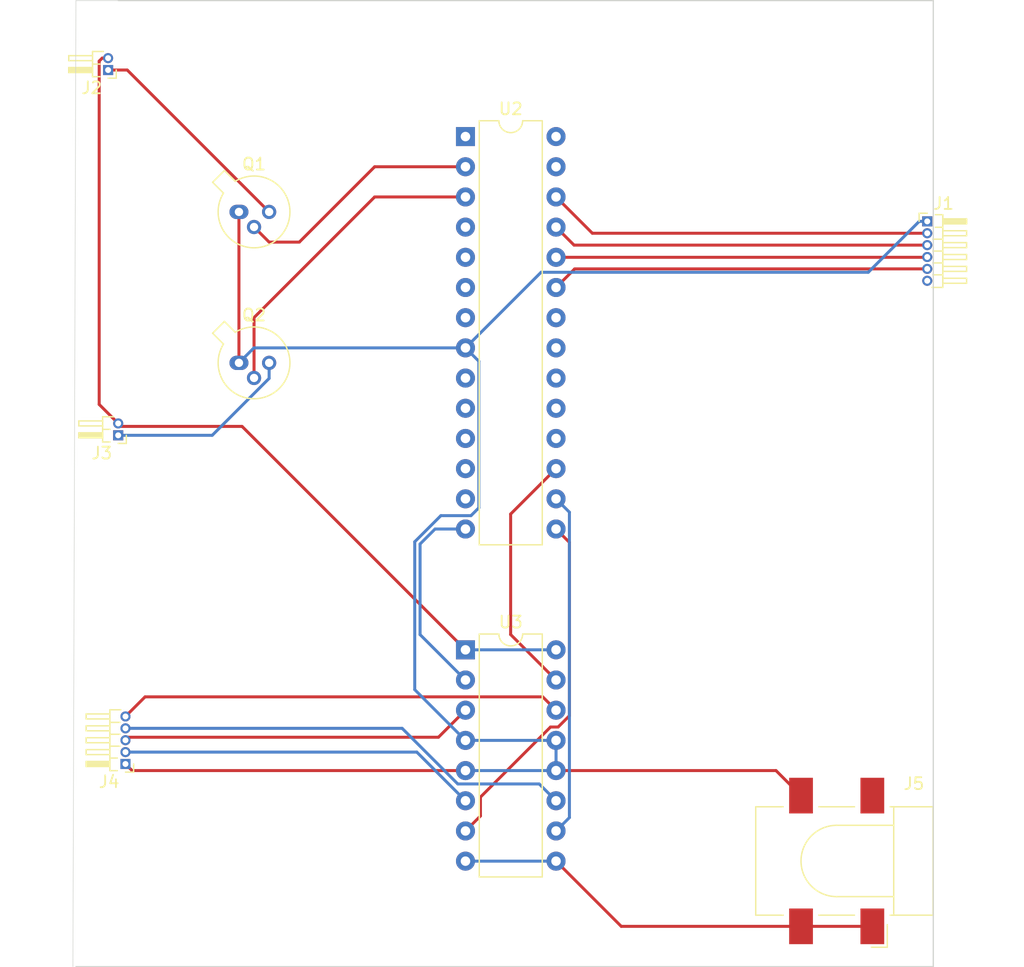
<source format=kicad_pcb>
(kicad_pcb (version 20211014) (generator pcbnew)
  (layers (0 "F.Cu" signal) (31 "B.Cu" signal) (34 "B.Paste" user) (35 "F.Paste" user) (36 "B.SilkS" user "B.Silkscreen") (37 "F.SilkS" user "F.Silkscreen") (38 "B.Mask" user) (39 "F.Mask" user) (44 "Edge.Cuts" user))
  (net 0 "")
  (net 1 "Earth")
  (net 2 "Net-(Q1-Pad2)")
  (net 3 "Net-(J1-Pad2)")
  (net 4 "Net-(Q2-Pad2)")
  (net 5 "Net-(J1-Pad3)")
  (net 6 "Net-(J2-Pad1)")
  (net 7 "Net-(Q2-Pad3)")
  (net 8 "Net-(U3-Pad3)")
  (net 19 "Net-(U2-Pad14)")
  (net 20 "Net-(U2-Pad15)")
  (net 21 "Net-(U2-Pad16)")
  (net 22 "Net-(U2-Pad17)")
  (net 30 "+5V")
  (net 31 "Net-(J1-Pad5)")
  (net 32 "Net-(J1-Pad4)")
  (net 33 "Net-(U3-Pad11)")
  (net 34 "Net-(U3-Pad14)")
  (net 35 "Net-(J4-Pad2)")
  (footprint "Package_DIP:DIP-16_W7.62mm" (layer "F.Cu") (at 115.58 128.285)
    (fp_text reference "U3" (at 3.81 -2.33) (layer "F.SilkS"))
    (fp_text value "L293D")
    (fp_line (start 6.46 19.11) (end 6.46 -1.33) (layer "F.SilkS") (width 0.12))
    (fp_line (start 1.16 -1.33) (end 1.16 19.11) (layer "F.SilkS") (width 0.12))
    (fp_line (start 6.46 -1.33) (end 4.81 -1.33) (layer "F.SilkS") (width 0.12))
    (fp_line (start 1.16 19.11) (end 6.46 19.11) (layer "F.SilkS") (width 0.12))
    (fp_line (start 2.81 -1.33) (end 1.16 -1.33) (layer "F.SilkS") (width 0.12))
    (fp_arc (start 4.81 -1.33) (mid 3.81 -0.33) (end 2.81 -1.33) (layer "F.SilkS") (width 0.12))
    (pad "1" thru_hole rect (at 0 0) (size 1.6 1.6) (drill 0.8) (layers *.Cu *.Mask) (net 30 "+5V"))
    (pad "2" thru_hole oval (at 0 2.54) (size 1.6 1.6) (drill 0.8) (layers *.Cu *.Mask) (net 19 "Net-(U2-Pad14)"))
    (pad "3" thru_hole oval (at 0 5.08) (size 1.6 1.6) (drill 0.8) (layers *.Cu *.Mask) (net 8 "Net-(U3-Pad3)"))
    (pad "4" thru_hole oval (at 0 7.62) (size 1.6 1.6) (drill 0.8) (layers *.Cu *.Mask) (net 1 "Earth"))
    (pad "5" thru_hole oval (at 0 10.16) (size 1.6 1.6) (drill 0.8) (layers *.Cu *.Mask) (net 1 "Earth"))
    (pad "6" thru_hole oval (at 0 12.7) (size 1.6 1.6) (drill 0.8) (layers *.Cu *.Mask) (net 35 "Net-(J4-Pad2)"))
    (pad "7" thru_hole oval (at 0 15.24) (size 1.6 1.6) (drill 0.8) (layers *.Cu *.Mask) (net 20 "Net-(U2-Pad15)"))
    (pad "8" thru_hole oval (at 0 17.78) (size 1.6 1.6) (drill 0.8) (layers *.Cu *.Mask) (net 30 "+5V"))
    (pad "9" thru_hole oval (at 7.62 17.78) (size 1.6 1.6) (drill 0.8) (layers *.Cu *.Mask) (net 30 "+5V"))
    (pad "10" thru_hole oval (at 7.62 15.24) (size 1.6 1.6) (drill 0.8) (layers *.Cu *.Mask) (net 21 "Net-(U2-Pad16)"))
    (pad "11" thru_hole oval (at 7.62 12.7) (size 1.6 1.6) (drill 0.8) (layers *.Cu *.Mask) (net 33 "Net-(U3-Pad11)"))
    (pad "12" thru_hole oval (at 7.62 10.16) (size 1.6 1.6) (drill 0.8) (layers *.Cu *.Mask) (net 1 "Earth"))
    (pad "13" thru_hole oval (at 7.62 7.62) (size 1.6 1.6) (drill 0.8) (layers *.Cu *.Mask) (net 1 "Earth"))
    (pad "14" thru_hole oval (at 7.62 5.08) (size 1.6 1.6) (drill 0.8) (layers *.Cu *.Mask) (net 34 "Net-(U3-Pad14)"))
    (pad "15" thru_hole oval (at 7.62 2.54) (size 1.6 1.6) (drill 0.8) (layers *.Cu *.Mask) (net 22 "Net-(U2-Pad17)"))
    (pad "16" thru_hole oval (at 7.62 0) (size 1.6 1.6) (drill 0.8) (layers *.Cu *.Mask) (net 30 "+5V"))
  )
  (footprint "Connector_PinHeader_1.00mm:PinHeader_1x05_P1.00mm_Horizontal" (layer "F.Cu") (at 86.973 137.89 180)
    (fp_text reference "J4" (at 1.375 -1.5) (layer "F.SilkS"))
    (fp_text value "Conn_01x05_Male")
    (fp_line (start 1.31 0.79) (end 3.31 0.79) (layer "F.SilkS") (width 0.12))
    (fp_line (start 0.468215 2.5) (end 1.31 2.5) (layer "F.SilkS") (width 0.12))
    (fp_line (start 3.31 0.21) (end 1.31 0.21) (layer "F.SilkS") (width 0.12))
    (fp_line (start 1.31 0.09) (end 3.31 0.09) (layer "F.SilkS") (width 0.12))
    (fp_line (start 3.31 3.79) (end 3.31 4.21) (layer "F.SilkS") (width 0.12))
    (fp_line (start 1.31 -0.56) (end 1.31 4.56) (layer "F.SilkS") (width 0.12))
    (fp_line (start 3.31 2.21) (end 1.31 2.21) (layer "F.SilkS") (width 0.12))
    (fp_line (start 1.31 -0.03) (end 3.31 -0.03) (layer "F.SilkS") (width 0.12))
    (fp_line (start 1.31 1.79) (end 3.31 1.79) (layer "F.SilkS") (width 0.12))
    (fp_line (start 0.685 0.5) (end 1.31 0.5) (layer "F.SilkS") (width 0.12))
    (fp_line (start 0.468215 1.5) (end 1.31 1.5) (layer "F.SilkS") (width 0.12))
    (fp_line (start 3.31 0.79) (end 3.31 1.21) (layer "F.SilkS") (width 0.12))
    (fp_line (start 1.31 4.56) (end 0.394493 4.56) (layer "F.SilkS") (width 0.12))
    (fp_line (start 3.31 4.21) (end 1.31 4.21) (layer "F.SilkS") (width 0.12))
    (fp_line (start -0.685 -0.685) (end 0 -0.685) (layer "F.SilkS") (width 0.12))
    (fp_line (start 1.31 -0.21) (end 3.31 -0.21) (layer "F.SilkS") (width 0.12))
    (fp_line (start 1.31 3.79) (end 3.31 3.79) (layer "F.SilkS") (width 0.12))
    (fp_line (start 1.31 -0.15) (end 3.31 -0.15) (layer "F.SilkS") (width 0.12))
    (fp_line (start 3.31 1.21) (end 1.31 1.21) (layer "F.SilkS") (width 0.12))
    (fp_line (start 0.685 -0.56) (end 1.31 -0.56) (layer "F.SilkS") (width 0.12))
    (fp_line (start 3.31 -0.21) (end 3.31 0.21) (layer "F.SilkS") (width 0.12))
    (fp_line (start -0.685 0) (end -0.685 -0.685) (layer "F.SilkS") (width 0.12))
    (fp_line (start 3.31 3.21) (end 1.31 3.21) (layer "F.SilkS") (width 0.12))
    (fp_line (start 0.468215 3.5) (end 1.31 3.5) (layer "F.SilkS") (width 0.12))
    (fp_line (start 1.31 2.79) (end 3.31 2.79) (layer "F.SilkS") (width 0.12))
    (fp_line (start 3.31 1.79) (end 3.31 2.21) (layer "F.SilkS") (width 0.12))
    (fp_line (start 3.31 2.79) (end 3.31 3.21) (layer "F.SilkS") (width 0.12))
    (pad "1" thru_hole rect (at 0 0 180) (size 0.85 0.85) (drill 0.5) (layers *.Cu *.Mask) (net 1 "Earth"))
    (pad "2" thru_hole oval (at 0 1 180) (size 0.85 0.85) (drill 0.5) (layers *.Cu *.Mask) (net 35 "Net-(J4-Pad2)"))
    (pad "3" thru_hole oval (at 0 2 180) (size 0.85 0.85) (drill 0.5) (layers *.Cu *.Mask) (net 8 "Net-(U3-Pad3)"))
    (pad "4" thru_hole oval (at 0 3 180) (size 0.85 0.85) (drill 0.5) (layers *.Cu *.Mask) (net 33 "Net-(U3-Pad11)"))
    (pad "5" thru_hole oval (at 0 4 180) (size 0.85 0.85) (drill 0.5) (layers *.Cu *.Mask) (net 34 "Net-(U3-Pad14)"))
  )
  (footprint "Package_TO_SOT_THT:TO-18-3" (layer "F.Cu") (at 96.52 104.14)
    (fp_text reference "Q2" (at 1.27 -4.02) (layer "F.SilkS"))
    (fp_text value "2N2647")
    (fp_line (start -1.224499 -3.484448) (end -2.214448 -2.494499) (layer "F.SilkS") (width 0.12))
    (fp_line (start -2.214448 -2.494499) (end -1.302281 -1.582331) (layer "F.SilkS") (width 0.12))
    (fp_line (start -0.312331 -2.572281) (end -1.224499 -3.484448) (layer "F.SilkS") (width 0.12))
    (fp_arc (start -0.312331 -2.572281) (mid 3.405374 2.135551) (end -1.30215 -1.582544) (layer "F.SilkS") (width 0.12))
    (pad "1" thru_hole oval (at 0 0) (size 1.6 1.2) (drill 0.7) (layers *.Cu *.Mask) (net 1 "Earth"))
    (pad "2" thru_hole oval (at 1.27 1.27) (size 1.2 1.2) (drill 0.7) (layers *.Cu *.Mask) (net 4 "Net-(Q2-Pad2)"))
    (pad "3" thru_hole oval (at 2.54 0) (size 1.2 1.2) (drill 0.7) (layers *.Cu *.Mask) (net 7 "Net-(Q2-Pad3)"))
  )
  (footprint "Connector_BarrelJack:BarrelJack_CLIFF_FC681465S_SMT_Horizontal" (layer "F.Cu") (at 146.812 146.05 180)
    (fp_text reference "J5" (at -6.5 6.5) (layer "F.SilkS"))
    (fp_text value "Barrel_Jack")
    (fp_line (start -1.5 4.56) (end 1.5 4.56) (layer "F.SilkS") (width 0.12))
    (fp_line (start 4.5 -4.56) (end 6.81 -4.56) (layer "F.SilkS") (width 0.12))
    (fp_line (start -1.5 -4.56) (end 1.5 -4.56) (layer "F.SilkS") (width 0.12))
    (fp_line (start -4.26 -7.26) (end -4.26 -5.36) (layer "F.SilkS") (width 0.12))
    (fp_line (start -8.11 4.56) (end -8.11 -4.56) (layer "F.SilkS") (width 0.12))
    (fp_line (start -4.8 3) (end 0 3) (layer "F.SilkS") (width 0.12))
    (fp_line (start -8.11 4.56) (end -4.5 4.56) (layer "F.SilkS") (width 0.12))
    (fp_line (start 6.81 4.56) (end 6.81 -4.56) (layer "F.SilkS") (width 0.12))
    (fp_line (start -4.8 4.56) (end -4.8 -4.56) (layer "F.SilkS") (width 0.12))
    (fp_line (start -4.8 -3) (end 0 -3) (layer "F.SilkS") (width 0.12))
    (fp_line (start -8.11 -4.56) (end -4.5 -4.56) (layer "F.SilkS") (width 0.12))
    (fp_line (start 4.5 4.56) (end 6.81 4.56) (layer "F.SilkS") (width 0.12))
    (fp_line (start -2.92 -7.26) (end -4.26 -7.26) (layer "F.SilkS") (width 0.12))
    (fp_arc (start 0 -3) (mid 3 0) (end 0 3) (layer "F.SilkS") (width 0.12))
    (pad "" np_thru_hole circle (at 1.5 0 270) (size 2 2) (drill 2) (layers *.Cu *.Mask))
    (pad "" np_thru_hole oval (at -2.9 0 270) (size 2 1.5) (drill oval 2 1.5) (layers *.Cu *.Mask))
    (pad "1" smd rect (at 3 -5.5 270) (size 3 2) (layers "F.Cu" "F.Paste" "F.Mask") (net 30 "+5V"))
    (pad "1" smd rect (at -3 -5.5 270) (size 3 2) (layers "F.Cu" "F.Paste" "F.Mask") (net 30 "+5V"))
    (pad "2" smd rect (at 3 5.5 270) (size 3 2) (layers "F.Cu" "F.Paste" "F.Mask") (net 1 "Earth"))
    (pad "3" smd rect (at -3 5.5 270) (size 3 2) (layers "F.Cu" "F.Paste" "F.Mask"))
  )
  (footprint "Package_DIP:DIP-28_W7.62mm" (layer "F.Cu") (at 115.58 85.1)
    (fp_text reference "U2" (at 3.81 -2.33) (layer "F.SilkS"))
    (fp_text value "ATmega328-P")
    (fp_line (start 1.16 34.35) (end 6.46 34.35) (layer "F.SilkS") (width 0.12))
    (fp_line (start 2.81 -1.33) (end 1.16 -1.33) (layer "F.SilkS") (width 0.12))
    (fp_line (start 6.46 34.35) (end 6.46 -1.33) (layer "F.SilkS") (width 0.12))
    (fp_line (start 1.16 -1.33) (end 1.16 34.35) (layer "F.SilkS") (width 0.12))
    (fp_line (start 6.46 -1.33) (end 4.81 -1.33) (layer "F.SilkS") (width 0.12))
    (fp_arc (start 4.81 -1.33) (mid 3.81 -0.33) (end 2.81 -1.33) (layer "F.SilkS") (width 0.12))
    (pad "1" thru_hole rect (at 0 0) (size 1.6 1.6) (drill 0.8) (layers *.Cu *.Mask))
    (pad "2" thru_hole oval (at 0 2.54) (size 1.6 1.6) (drill 0.8) (layers *.Cu *.Mask) (net 2 "Net-(Q1-Pad2)"))
    (pad "3" thru_hole oval (at 0 5.08) (size 1.6 1.6) (drill 0.8) (layers *.Cu *.Mask) (net 4 "Net-(Q2-Pad2)"))
    (pad "4" thru_hole oval (at 0 7.62) (size 1.6 1.6) (drill 0.8) (layers *.Cu *.Mask))
    (pad "5" thru_hole oval (at 0 10.16) (size 1.6 1.6) (drill 0.8) (layers *.Cu *.Mask))
    (pad "6" thru_hole oval (at 0 12.7) (size 1.6 1.6) (drill 0.8) (layers *.Cu *.Mask))
    (pad "7" thru_hole oval (at 0 15.24) (size 1.6 1.6) (drill 0.8) (layers *.Cu *.Mask))
    (pad "8" thru_hole oval (at 0 17.78) (size 1.6 1.6) (drill 0.8) (layers *.Cu *.Mask) (net 1 "Earth"))
    (pad "9" thru_hole oval (at 0 20.32) (size 1.6 1.6) (drill 0.8) (layers *.Cu *.Mask))
    (pad "10" thru_hole oval (at 0 22.86) (size 1.6 1.6) (drill 0.8) (layers *.Cu *.Mask))
    (pad "11" thru_hole oval (at 0 25.4) (size 1.6 1.6) (drill 0.8) (layers *.Cu *.Mask))
    (pad "12" thru_hole oval (at 0 27.94) (size 1.6 1.6) (drill 0.8) (layers *.Cu *.Mask))
    (pad "13" thru_hole oval (at 0 30.48) (size 1.6 1.6) (drill 0.8) (layers *.Cu *.Mask))
    (pad "14" thru_hole oval (at 0 33.02) (size 1.6 1.6) (drill 0.8) (layers *.Cu *.Mask) (net 19 "Net-(U2-Pad14)"))
    (pad "15" thru_hole oval (at 7.62 33.02) (size 1.6 1.6) (drill 0.8) (layers *.Cu *.Mask) (net 20 "Net-(U2-Pad15)"))
    (pad "16" thru_hole oval (at 7.62 30.48) (size 1.6 1.6) (drill 0.8) (layers *.Cu *.Mask) (net 21 "Net-(U2-Pad16)"))
    (pad "17" thru_hole oval (at 7.62 27.94) (size 1.6 1.6) (drill 0.8) (layers *.Cu *.Mask) (net 22 "Net-(U2-Pad17)"))
    (pad "18" thru_hole oval (at 7.62 25.4) (size 1.6 1.6) (drill 0.8) (layers *.Cu *.Mask))
    (pad "19" thru_hole oval (at 7.62 22.86) (size 1.6 1.6) (drill 0.8) (layers *.Cu *.Mask))
    (pad "20" thru_hole oval (at 7.62 20.32) (size 1.6 1.6) (drill 0.8) (layers *.Cu *.Mask))
    (pad "21" thru_hole oval (at 7.62 17.78) (size 1.6 1.6) (drill 0.8) (layers *.Cu *.Mask))
    (pad "22" thru_hole oval (at 7.62 15.24) (size 1.6 1.6) (drill 0.8) (layers *.Cu *.Mask))
    (pad "23" thru_hole oval (at 7.62 12.7) (size 1.6 1.6) (drill 0.8) (layers *.Cu *.Mask) (net 31 "Net-(J1-Pad5)"))
    (pad "24" thru_hole oval (at 7.62 10.16) (size 1.6 1.6) (drill 0.8) (layers *.Cu *.Mask) (net 32 "Net-(J1-Pad4)"))
    (pad "25" thru_hole oval (at 7.62 7.62) (size 1.6 1.6) (drill 0.8) (layers *.Cu *.Mask) (net 5 "Net-(J1-Pad3)"))
    (pad "26" thru_hole oval (at 7.62 5.08) (size 1.6 1.6) (drill 0.8) (layers *.Cu *.Mask) (net 3 "Net-(J1-Pad2)"))
    (pad "27" thru_hole oval (at 7.62 2.54) (size 1.6 1.6) (drill 0.8) (layers *.Cu *.Mask))
    (pad "28" thru_hole oval (at 7.62 0) (size 1.6 1.6) (drill 0.8) (layers *.Cu *.Mask))
  )
  (footprint "Connector_PinHeader_1.00mm:PinHeader_1x02_P1.00mm_Horizontal" (layer "F.Cu") (at 85.511 79.502 180)
    (fp_text reference "J2" (at 1.375 -1.5) (layer "F.SilkS"))
    (fp_text value "Conn_01x02_Female")
    (fp_line (start 1.31 1.56) (end 0.394493 1.56) (layer "F.SilkS") (width 0.12))
    (fp_line (start 3.31 1.21) (end 1.31 1.21) (layer "F.SilkS") (width 0.12))
    (fp_line (start 3.31 -0.21) (end 3.31 0.21) (layer "F.SilkS") (width 0.12))
    (fp_line (start 1.31 0.79) (end 3.31 0.79) (layer "F.SilkS") (width 0.12))
    (fp_line (start 1.31 0.09) (end 3.31 0.09) (layer "F.SilkS") (width 0.12))
    (fp_line (start 3.31 0.21) (end 1.31 0.21) (layer "F.SilkS") (width 0.12))
    (fp_line (start 0.685 -0.56) (end 1.31 -0.56) (layer "F.SilkS") (width 0.12))
    (fp_line (start -0.685 0) (end -0.685 -0.685) (layer "F.SilkS") (width 0.12))
    (fp_line (start 1.31 -0.03) (end 3.31 -0.03) (layer "F.SilkS") (width 0.12))
    (fp_line (start 1.31 -0.15) (end 3.31 -0.15) (layer "F.SilkS") (width 0.12))
    (fp_line (start -0.685 -0.685) (end 0 -0.685) (layer "F.SilkS") (width 0.12))
    (fp_line (start 3.31 0.79) (end 3.31 1.21) (layer "F.SilkS") (width 0.12))
    (fp_line (start 0.685 0.5) (end 1.31 0.5) (layer "F.SilkS") (width 0.12))
    (fp_line (start 1.31 -0.56) (end 1.31 1.56) (layer "F.SilkS") (width 0.12))
    (fp_line (start 1.31 -0.21) (end 3.31 -0.21) (layer "F.SilkS") (width 0.12))
    (pad "1" thru_hole rect (at 0 0 180) (size 0.85 0.85) (drill 0.5) (layers *.Cu *.Mask) (net 6 "Net-(J2-Pad1)"))
    (pad "2" thru_hole oval (at 0 1 180) (size 0.85 0.85) (drill 0.5) (layers *.Cu *.Mask) (net 30 "+5V"))
  )
  (footprint "Connector_PinHeader_1.00mm:PinHeader_1x06_P1.00mm_Horizontal" (layer "F.Cu") (at 154.432 92.234)
    (fp_text reference "J1" (at 1.375 -1.5) (layer "F.SilkS"))
    (fp_text value "Conn_01x06_Male")
    (fp_line (start 3.31 4.79) (end 3.31 5.21) (layer "F.SilkS") (width 0.12))
    (fp_line (start 0.685 -0.56) (end 1.31 -0.56) (layer "F.SilkS") (width 0.12))
    (fp_line (start 1.31 -0.03) (end 3.31 -0.03) (layer "F.SilkS") (width 0.12))
    (fp_line (start 0.468215 4.5) (end 1.31 4.5) (layer "F.SilkS") (width 0.12))
    (fp_line (start 1.31 0.79) (end 3.31 0.79) (layer "F.SilkS") (width 0.12))
    (fp_line (start 0.468215 2.5) (end 1.31 2.5) (layer "F.SilkS") (width 0.12))
    (fp_line (start 3.31 3.21) (end 1.31 3.21) (layer "F.SilkS") (width 0.12))
    (fp_line (start 1.31 -0.21) (end 3.31 -0.21) (layer "F.SilkS") (width 0.12))
    (fp_line (start 3.31 5.21) (end 1.31 5.21) (layer "F.SilkS") (width 0.12))
    (fp_line (start -0.685 -0.685) (end 0 -0.685) (layer "F.SilkS") (width 0.12))
    (fp_line (start 3.31 1.21) (end 1.31 1.21) (layer "F.SilkS") (width 0.12))
    (fp_line (start 1.31 3.79) (end 3.31 3.79) (layer "F.SilkS") (width 0.12))
    (fp_line (start 3.31 3.79) (end 3.31 4.21) (layer "F.SilkS") (width 0.12))
    (fp_line (start 1.31 -0.56) (end 1.31 5.56) (layer "F.SilkS") (width 0.12))
    (fp_line (start 1.31 0.09) (end 3.31 0.09) (layer "F.SilkS") (width 0.12))
    (fp_line (start 1.31 2.79) (end 3.31 2.79) (layer "F.SilkS") (width 0.12))
    (fp_line (start 0.685 0.5) (end 1.31 0.5) (layer "F.SilkS") (width 0.12))
    (fp_line (start 1.31 4.79) (end 3.31 4.79) (layer "F.SilkS") (width 0.12))
    (fp_line (start 1.31 5.56) (end 0.394493 5.56) (layer "F.SilkS") (width 0.12))
    (fp_line (start 3.31 2.79) (end 3.31 3.21) (layer "F.SilkS") (width 0.12))
    (fp_line (start 3.31 -0.21) (end 3.31 0.21) (layer "F.SilkS") (width 0.12))
    (fp_line (start 3.31 4.21) (end 1.31 4.21) (layer "F.SilkS") (width 0.12))
    (fp_line (start 3.31 0.79) (end 3.31 1.21) (layer "F.SilkS") (width 0.12))
    (fp_line (start 3.31 1.79) (end 3.31 2.21) (layer "F.SilkS") (width 0.12))
    (fp_line (start 3.31 2.21) (end 1.31 2.21) (layer "F.SilkS") (width 0.12))
    (fp_line (start 1.31 1.79) (end 3.31 1.79) (layer "F.SilkS") (width 0.12))
    (fp_line (start 1.31 -0.15) (end 3.31 -0.15) (layer "F.SilkS") (width 0.12))
    (fp_line (start 0.468215 3.5) (end 1.31 3.5) (layer "F.SilkS") (width 0.12))
    (fp_line (start 0.468215 1.5) (end 1.31 1.5) (layer "F.SilkS") (width 0.12))
    (fp_line (start -0.685 0) (end -0.685 -0.685) (layer "F.SilkS") (width 0.12))
    (fp_line (start 3.31 0.21) (end 1.31 0.21) (layer "F.SilkS") (width 0.12))
    (pad "1" thru_hole rect (at 0 0) (size 0.85 0.85) (drill 0.5) (layers *.Cu *.Mask) (net 1 "Earth"))
    (pad "2" thru_hole oval (at 0 1) (size 0.85 0.85) (drill 0.5) (layers *.Cu *.Mask) (net 3 "Net-(J1-Pad2)"))
    (pad "3" thru_hole oval (at 0 2) (size 0.85 0.85) (drill 0.5) (layers *.Cu *.Mask) (net 5 "Net-(J1-Pad3)"))
    (pad "4" thru_hole oval (at 0 3) (size 0.85 0.85) (drill 0.5) (layers *.Cu *.Mask) (net 32 "Net-(J1-Pad4)"))
    (pad "5" thru_hole oval (at 0 4) (size 0.85 0.85) (drill 0.5) (layers *.Cu *.Mask) (net 31 "Net-(J1-Pad5)"))
    (pad "6" thru_hole oval (at 0 5) (size 0.85 0.85) (drill 0.5) (layers *.Cu *.Mask))
  )
  (footprint "Connector_PinHeader_1.00mm:PinHeader_1x02_P1.00mm_Horizontal" (layer "F.Cu") (at 86.36 110.236 180)
    (fp_text reference "J3" (at 1.375 -1.5) (layer "F.SilkS"))
    (fp_text value "Conn_01x02_Female")
    (fp_line (start 3.31 1.21) (end 1.31 1.21) (layer "F.SilkS") (width 0.12))
    (fp_line (start 3.31 0.21) (end 1.31 0.21) (layer "F.SilkS") (width 0.12))
    (fp_line (start 3.31 -0.21) (end 3.31 0.21) (layer "F.SilkS") (width 0.12))
    (fp_line (start 0.685 0.5) (end 1.31 0.5) (layer "F.SilkS") (width 0.12))
    (fp_line (start -0.685 -0.685) (end 0 -0.685) (layer "F.SilkS") (width 0.12))
    (fp_line (start 1.31 -0.56) (end 1.31 1.56) (layer "F.SilkS") (width 0.12))
    (fp_line (start 1.31 -0.21) (end 3.31 -0.21) (layer "F.SilkS") (width 0.12))
    (fp_line (start 1.31 -0.15) (end 3.31 -0.15) (layer "F.SilkS") (width 0.12))
    (fp_line (start 1.31 -0.03) (end 3.31 -0.03) (layer "F.SilkS") (width 0.12))
    (fp_line (start -0.685 0) (end -0.685 -0.685) (layer "F.SilkS") (width 0.12))
    (fp_line (start 1.31 0.09) (end 3.31 0.09) (layer "F.SilkS") (width 0.12))
    (fp_line (start 1.31 1.56) (end 0.394493 1.56) (layer "F.SilkS") (width 0.12))
    (fp_line (start 1.31 0.79) (end 3.31 0.79) (layer "F.SilkS") (width 0.12))
    (fp_line (start 3.31 0.79) (end 3.31 1.21) (layer "F.SilkS") (width 0.12))
    (fp_line (start 0.685 -0.56) (end 1.31 -0.56) (layer "F.SilkS") (width 0.12))
    (pad "1" thru_hole rect (at 0 0 180) (size 0.85 0.85) (drill 0.5) (layers *.Cu *.Mask) (net 7 "Net-(Q2-Pad3)"))
    (pad "2" thru_hole oval (at 0 1 180) (size 0.85 0.85) (drill 0.5) (layers *.Cu *.Mask) (net 30 "+5V"))
  )
  (footprint "Package_TO_SOT_THT:TO-18-3" (layer "F.Cu") (at 96.52 91.44)
    (fp_text reference "Q1" (at 1.27 -4.02) (layer "F.SilkS"))
    (fp_text value "2N2647")
    (fp_line (start -0.312331 -2.572281) (end -1.224499 -3.484448) (layer "F.SilkS") (width 0.12))
    (fp_line (start -1.224499 -3.484448) (end -2.214448 -2.494499) (layer "F.SilkS") (width 0.12))
    (fp_line (start -2.214448 -2.494499) (end -1.302281 -1.582331) (layer "F.SilkS") (width 0.12))
    (fp_arc (start -0.312331 -2.572281) (mid 3.405374 2.135551) (end -1.30215 -1.582544) (layer "F.SilkS") (width 0.12))
    (pad "1" thru_hole oval (at 0 0) (size 1.6 1.2) (drill 0.7) (layers *.Cu *.Mask) (net 1 "Earth"))
    (pad "2" thru_hole oval (at 1.27 1.27) (size 1.2 1.2) (drill 0.7) (layers *.Cu *.Mask) (net 2 "Net-(Q1-Pad2)"))
    (pad "3" thru_hole oval (at 2.54 0) (size 1.2 1.2) (drill 0.7) (layers *.Cu *.Mask) (net 6 "Net-(J2-Pad1)"))
  )
  (gr_line (start 82.804 73.66) (end 86.36 73.66) (layer "Edge.Cuts") (width 0.05))
  (gr_line (start 154.94 73.66) (end 86.36 73.66) (layer "Edge.Cuts") (width 0.1))
  (gr_line (start 82.55 154.94) (end 82.804 73.66) (layer "Edge.Cuts") (width 0.05))
  (gr_line (start 154.94 154.94) (end 82.804 154.94) (layer "Edge.Cuts") (width 0.1))
  (gr_line (start 154.94 73.66) (end 154.94 154.94) (layer "Edge.Cuts") (width 0.1))
  (segment (start 143.812 140.55) (end 141.707 138.445) (width 0.25) (layer "F.Cu") (net 1))
  (segment (start 115.58 138.445) (end 87.528 138.445) (width 0.25) (layer "F.Cu") (net 1))
  (segment (start 141.707 138.445) (end 123.2 138.445) (width 0.25) (layer "F.Cu") (net 1))
  (segment (start 87.528 138.445) (end 86.973 137.89) (width 0.25) (layer "F.Cu") (net 1))
  (segment (start 96.52 91.44) (end 96.52 104.14) (width 0.25) (layer "F.Cu") (net 1))
  (segment (start 111.31048 131.63548) (end 115.58 135.905) (width 0.25) (layer "B.Cu") (net 1))
  (segment (start 123.2 135.905) (end 115.58 135.905) (width 0.25) (layer "B.Cu") (net 1))
  (segment (start 153.757 92.234) (end 154.432 92.234) (width 0.25) (layer "B.Cu") (net 1))
  (segment (start 121.94 96.52) (end 149.471 96.52) (width 0.25) (layer "B.Cu") (net 1))
  (segment (start 116.704511 116.336767) (end 116.045789 116.995489) (width 0.25) (layer "B.Cu") (net 1))
  (segment (start 116.704511 104.004511) (end 116.704511 116.336767) (width 0.25) (layer "B.Cu") (net 1))
  (segment (start 115.58 102.88) (end 97.78 102.88) (width 0.25) (layer "B.Cu") (net 1))
  (segment (start 115.58 102.88) (end 121.94 96.52) (width 0.25) (layer "B.Cu") (net 1))
  (segment (start 111.31048 119.193803) (end 111.31048 131.63548) (width 0.25) (layer "B.Cu") (net 1))
  (segment (start 97.78 102.88) (end 96.52 104.14) (width 0.25) (layer "B.Cu") (net 1))
  (segment (start 113.508794 116.995489) (end 111.31048 119.193803) (width 0.25) (layer "B.Cu") (net 1))
  (segment (start 116.045789 116.995489) (end 113.508794 116.995489) (width 0.25) (layer "B.Cu") (net 1))
  (segment (start 123.2 138.445) (end 115.58 138.445) (width 0.25) (layer "B.Cu") (net 1))
  (segment (start 115.58 102.88) (end 116.704511 104.004511) (width 0.25) (layer "B.Cu") (net 1))
  (segment (start 149.471 96.52) (end 153.757 92.234) (width 0.25) (layer "B.Cu") (net 1))
  (segment (start 123.2 138.445) (end 123.2 135.905) (width 0.25) (layer "B.Cu") (net 1))
  (segment (start 97.79 92.71) (end 99.06 93.98) (width 0.25) (layer "F.Cu") (net 2))
  (segment (start 99.06 93.98) (end 101.6 93.98) (width 0.25) (layer "F.Cu") (net 2))
  (segment (start 101.6 93.98) (end 107.94 87.64) (width 0.25) (layer "F.Cu") (net 2))
  (segment (start 107.94 87.64) (end 115.58 87.64) (width 0.25) (layer "F.Cu") (net 2))
  (segment (start 126.254 93.234) (end 154.432 93.234) (width 0.25) (layer "F.Cu") (net 3))
  (segment (start 123.2 90.18) (end 126.254 93.234) (width 0.25) (layer "F.Cu") (net 3))
  (segment (start 97.79 100.33) (end 107.94 90.18) (width 0.25) (layer "F.Cu") (net 4))
  (segment (start 107.94 90.18) (end 115.58 90.18) (width 0.25) (layer "F.Cu") (net 4))
  (segment (start 97.79 105.41) (end 97.79 100.33) (width 0.25) (layer "F.Cu") (net 4))
  (segment (start 123.2 92.72) (end 124.714 94.234) (width 0.25) (layer "F.Cu") (net 5))
  (segment (start 124.714 94.234) (end 154.432 94.234) (width 0.25) (layer "F.Cu") (net 5))
  (segment (start 87.122 79.502) (end 85.511 79.502) (width 0.25) (layer "F.Cu") (net 6))
  (segment (start 99.06 91.44) (end 87.122 79.502) (width 0.25) (layer "F.Cu") (net 6))
  (segment (start 99.06 104.14) (end 99.06 105.447457) (width 0.25) (layer "B.Cu") (net 7))
  (segment (start 99.06 105.447457) (end 94.271457 110.236) (width 0.25) (layer "B.Cu") (net 7))
  (segment (start 94.271457 110.236) (end 86.36 110.236) (width 0.25) (layer "B.Cu") (net 7))
  (segment (start 113.305489 135.639511) (end 86.868 135.639511) (width 0.25) (layer "F.Cu") (net 8))
  (segment (start 115.58 133.365) (end 113.305489 135.639511) (width 0.25) (layer "F.Cu") (net 8))
  (segment (start 115.58 130.825) (end 111.76 127.005) (width 0.25) (layer "B.Cu") (net 19))
  (segment (start 113.02 118.12) (end 115.58 118.12) (width 0.25) (layer "B.Cu") (net 19))
  (segment (start 111.76 127.005) (end 111.76 119.38) (width 0.25) (layer "B.Cu") (net 19))
  (segment (start 111.76 119.38) (end 113.02 118.12) (width 0.25) (layer "B.Cu") (net 19))
  (segment (start 116.84 140.6747) (end 116.84 142.265) (width 0.25) (layer "F.Cu") (net 20))
  (segment (start 116.84 142.265) (end 115.58 143.525) (width 0.25) (layer "F.Cu") (net 20))
  (segment (start 124.324511 133.830789) (end 123.374811 134.780489) (width 0.25) (layer "F.Cu") (net 20))
  (segment (start 123.374811 134.780489) (end 122.734211 134.780489) (width 0.25) (layer "F.Cu") (net 20))
  (segment (start 124.324511 119.244511) (end 124.324511 133.830789) (width 0.25) (layer "F.Cu") (net 20))
  (segment (start 123.2 118.12) (end 124.324511 119.244511) (width 0.25) (layer "F.Cu") (net 20))
  (segment (start 122.734211 134.780489) (end 116.84 140.6747) (width 0.25) (layer "F.Cu") (net 20))
  (segment (start 124.324511 142.400489) (end 123.2 143.525) (width 0.25) (layer "B.Cu") (net 21))
  (segment (start 123.2 115.58) (end 124.324511 116.704511) (width 0.25) (layer "B.Cu") (net 21))
  (segment (start 124.324511 116.704511) (end 124.324511 142.400489) (width 0.25) (layer "B.Cu") (net 21))
  (segment (start 123.2 130.825) (end 122.075489 129.700489) (width 0.25) (layer "F.Cu") (net 22))
  (segment (start 122.075489 129.695489) (end 119.38 127) (width 0.25) (layer "F.Cu") (net 22))
  (segment (start 119.38 116.86) (end 123.2 113.04) (width 0.25) (layer "F.Cu") (net 22))
  (segment (start 122.075489 129.700489) (end 122.075489 129.695489) (width 0.25) (layer "F.Cu") (net 22))
  (segment (start 119.38 127) (end 119.38 116.86) (width 0.25) (layer "F.Cu") (net 22))
  (segment (start 85.011978 78.502) (end 84.761489 78.752489) (width 0.25) (layer "F.Cu") (net 30))
  (segment (start 85.511 78.502) (end 85.011978 78.502) (width 0.25) (layer "F.Cu") (net 30))
  (segment (start 96.781489 109.486489) (end 86.614 109.486489) (width 0.25) (layer "F.Cu") (net 30))
  (segment (start 115.58 128.285) (end 96.781489 109.486489) (width 0.25) (layer "F.Cu") (net 30))
  (segment (start 84.761489 78.752489) (end 84.761489 107.637489) (width 0.25) (layer "F.Cu") (net 30))
  (segment (start 84.761489 107.637489) (end 86.36 109.236) (width 0.25) (layer "F.Cu") (net 30))
  (segment (start 149.812 151.55) (end 128.685 151.55) (width 0.25) (layer "F.Cu") (net 30))
  (segment (start 128.685 151.55) (end 123.2 146.065) (width 0.25) (layer "F.Cu") (net 30))
  (segment (start 115.58 146.065) (end 123.2 146.065) (width 0.25) (layer "B.Cu") (net 30))
  (segment (start 115.58 128.285) (end 123.2 128.285) (width 0.25) (layer "B.Cu") (net 30))
  (segment (start 124.766 96.234) (end 154.432 96.234) (width 0.25) (layer "F.Cu") (net 31))
  (segment (start 123.2 97.8) (end 124.766 96.234) (width 0.25) (layer "F.Cu") (net 31))
  (segment (start 123.2 95.26) (end 154.406 95.26) (width 0.25) (layer "F.Cu") (net 32))
  (segment (start 154.406 95.26) (end 154.432 95.234) (width 0.25) (layer "F.Cu") (net 32))
  (segment (start 121.784511 139.569511) (end 114.931511 139.569511) (width 0.25) (layer "B.Cu") (net 33))
  (segment (start 123.2 140.985) (end 121.784511 139.569511) (width 0.25) (layer "B.Cu") (net 33))
  (segment (start 110.252 134.89) (end 86.973 134.89) (width 0.25) (layer "B.Cu") (net 33))
  (segment (start 114.931511 139.569511) (end 110.252 134.89) (width 0.25) (layer "B.Cu") (net 33))
  (segment (start 122.075489 132.240489) (end 88.622511 132.240489) (width 0.25) (layer "F.Cu") (net 34))
  (segment (start 88.622511 132.240489) (end 86.973 133.89) (width 0.25) (layer "F.Cu") (net 34))
  (segment (start 123.2 133.365) (end 122.075489 132.240489) (width 0.25) (layer "F.Cu") (net 34))
  (segment (start 111.485 136.89) (end 86.973 136.89) (width 0.25) (layer "B.Cu") (net 35))
  (segment (start 115.58 140.985) (end 111.485 136.89) (width 0.25) (layer "B.Cu") (net 35))
)
</source>
